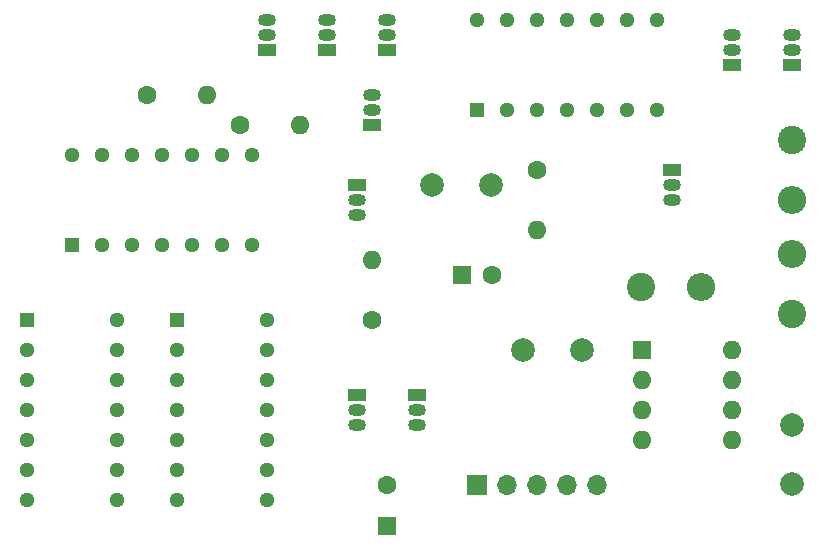
<source format=gbr>
%TF.GenerationSoftware,KiCad,Pcbnew,8.0.6*%
%TF.CreationDate,2024-12-10T23:47:37+05:30*%
%TF.ProjectId,PLL_type_2,504c4c5f-7479-4706-955f-322e6b696361,rev?*%
%TF.SameCoordinates,Original*%
%TF.FileFunction,Soldermask,Top*%
%TF.FilePolarity,Negative*%
%FSLAX46Y46*%
G04 Gerber Fmt 4.6, Leading zero omitted, Abs format (unit mm)*
G04 Created by KiCad (PCBNEW 8.0.6) date 2024-12-10 23:47:37*
%MOMM*%
%LPD*%
G01*
G04 APERTURE LIST*
%ADD10R,1.295400X1.295400*%
%ADD11C,1.295400*%
%ADD12C,2.400000*%
%ADD13O,2.400000X2.400000*%
%ADD14C,2.000000*%
%ADD15R,1.500000X1.050000*%
%ADD16O,1.500000X1.050000*%
%ADD17C,1.600000*%
%ADD18O,1.600000X1.600000*%
%ADD19R,1.600000X1.600000*%
%ADD20R,1.700000X1.700000*%
%ADD21O,1.700000X1.700000*%
G04 APERTURE END LIST*
D10*
%TO.C,U3*%
X119380000Y-92710000D03*
D11*
X119380000Y-95250000D03*
X119380000Y-97790000D03*
X119380000Y-100330000D03*
X119380000Y-102870000D03*
X119380000Y-105410000D03*
X119380000Y-107950000D03*
X127000000Y-107950000D03*
X127000000Y-105410000D03*
X127000000Y-102870000D03*
X127000000Y-100330000D03*
X127000000Y-97790000D03*
X127000000Y-95250000D03*
X127000000Y-92710000D03*
%TD*%
D12*
%TO.C,R5*%
X158675500Y-89892300D03*
D13*
X163755500Y-89892300D03*
%TD*%
D10*
%TO.C,U6*%
X144780000Y-74930000D03*
D11*
X147320000Y-74930000D03*
X149860000Y-74930000D03*
X152400000Y-74930000D03*
X154940000Y-74930000D03*
X157480000Y-74930000D03*
X160020000Y-74930000D03*
X160020000Y-67310000D03*
X157480000Y-67310000D03*
X154940000Y-67310000D03*
X152400000Y-67310000D03*
X149860000Y-67310000D03*
X147320000Y-67310000D03*
X144780000Y-67310000D03*
%TD*%
D12*
%TO.C,R7*%
X171450000Y-92185000D03*
D13*
X171450000Y-87105000D03*
%TD*%
D14*
%TO.C,C4*%
X171450000Y-101600000D03*
X171450000Y-106600000D03*
%TD*%
D15*
%TO.C,Q6*%
X134620000Y-99060000D03*
D16*
X134620000Y-100330000D03*
X134620000Y-101600000D03*
%TD*%
D17*
%TO.C,R1*%
X116840000Y-73660000D03*
D18*
X121920000Y-73660000D03*
%TD*%
D17*
%TO.C,R4*%
X149860000Y-80010000D03*
D18*
X149860000Y-85090000D03*
%TD*%
D15*
%TO.C,Q1*%
X127000000Y-69850000D03*
D16*
X127000000Y-68580000D03*
X127000000Y-67310000D03*
%TD*%
D15*
%TO.C,Q4*%
X135890000Y-76200000D03*
D16*
X135890000Y-74930000D03*
X135890000Y-73660000D03*
%TD*%
D10*
%TO.C,U2*%
X106680000Y-92710000D03*
D11*
X106680000Y-95250000D03*
X106680000Y-97790000D03*
X106680000Y-100330000D03*
X106680000Y-102870000D03*
X106680000Y-105410000D03*
X106680000Y-107950000D03*
X114300000Y-107950000D03*
X114300000Y-105410000D03*
X114300000Y-102870000D03*
X114300000Y-100330000D03*
X114300000Y-97790000D03*
X114300000Y-95250000D03*
X114300000Y-92710000D03*
%TD*%
D15*
%TO.C,Q2*%
X132080000Y-69850000D03*
D16*
X132080000Y-68580000D03*
X132080000Y-67310000D03*
%TD*%
D15*
%TO.C,Q8*%
X166370000Y-71120000D03*
D16*
X166370000Y-69850000D03*
X166370000Y-68580000D03*
%TD*%
D15*
%TO.C,Q7*%
X139700000Y-99060000D03*
D16*
X139700000Y-100330000D03*
X139700000Y-101600000D03*
%TD*%
D15*
%TO.C,Q10*%
X161290000Y-80010000D03*
D16*
X161290000Y-81280000D03*
X161290000Y-82550000D03*
%TD*%
D17*
%TO.C,R3*%
X135890000Y-92710000D03*
D18*
X135890000Y-87630000D03*
%TD*%
D15*
%TO.C,Q9*%
X171450000Y-71120000D03*
D16*
X171450000Y-69850000D03*
X171450000Y-68580000D03*
%TD*%
D19*
%TO.C,C5*%
X137160000Y-110180000D03*
D17*
X137160000Y-106680000D03*
%TD*%
D15*
%TO.C,Q3*%
X137160000Y-69850000D03*
D16*
X137160000Y-68580000D03*
X137160000Y-67310000D03*
%TD*%
D14*
%TO.C,C1*%
X140970000Y-81280000D03*
X145970000Y-81280000D03*
%TD*%
D19*
%TO.C,U4*%
X158760000Y-95260000D03*
D18*
X158760000Y-97800000D03*
X158760000Y-100340000D03*
X158760000Y-102880000D03*
X166380000Y-102880000D03*
X166380000Y-100340000D03*
X166380000Y-97800000D03*
X166380000Y-95260000D03*
%TD*%
D19*
%TO.C,C2*%
X143510000Y-88900000D03*
D17*
X146010000Y-88900000D03*
%TD*%
%TO.C,R2*%
X124685000Y-76200000D03*
D18*
X129765000Y-76200000D03*
%TD*%
D10*
%TO.C,U1*%
X110490000Y-86360000D03*
D11*
X113030000Y-86360000D03*
X115570000Y-86360000D03*
X118110000Y-86360000D03*
X120650000Y-86360000D03*
X123190000Y-86360000D03*
X125730000Y-86360000D03*
X125730000Y-78740000D03*
X123190000Y-78740000D03*
X120650000Y-78740000D03*
X118110000Y-78740000D03*
X115570000Y-78740000D03*
X113030000Y-78740000D03*
X110490000Y-78740000D03*
%TD*%
D20*
%TO.C,J1*%
X144780000Y-106680000D03*
D21*
X147320000Y-106680000D03*
X149860000Y-106680000D03*
X152400000Y-106680000D03*
X154940000Y-106680000D03*
%TD*%
D12*
%TO.C,R6*%
X171450000Y-77470000D03*
D13*
X171450000Y-82550000D03*
%TD*%
D15*
%TO.C,Q5*%
X134620000Y-81280000D03*
D16*
X134620000Y-82550000D03*
X134620000Y-83820000D03*
%TD*%
D14*
%TO.C,C3*%
X148630000Y-95250000D03*
X153630000Y-95250000D03*
%TD*%
M02*

</source>
